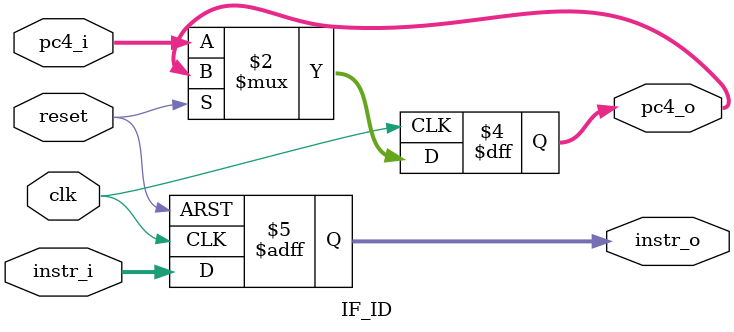
<source format=v>
module IF_ID(
    input clk, reset,
    input [31:0] pc4_i, instr_i,
    output reg [31:0] pc4_o, instr_o
    );
    always@(posedge clk or posedge reset) begin
        if(reset) instr_o <= 0;
        else begin
            pc4_o   <= pc4_i;
            instr_o <= instr_i;
        end
    end  
endmodule

</source>
